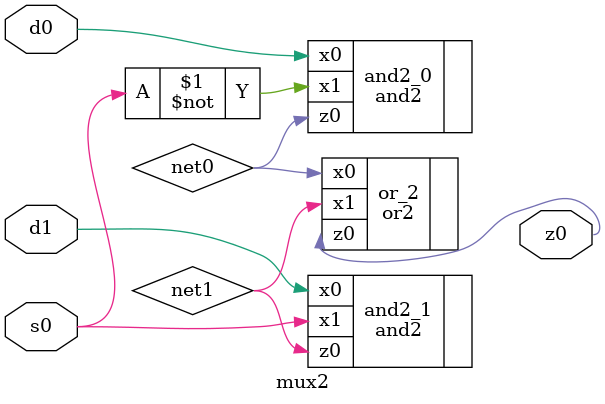
<source format=v>

`include "../../../basic_logic_design/logic_gates/and2/and2.v"
`include "../../../basic_logic_design/logic_gates/or2/or2.v"

module mux2(s0, d0, d1, z0);

// define inputs and outputs
input s0, d0, d1;
output z0;

// define internal nets
wire net0, net1;

// instantiate the logic gates
and2 and2_0 (.x0(d0), .x1(~s0), .z0(net0));
and2 and2_1 (.x0(d1), .x1(s0), .z0(net1));
or2 or_2 (.x0(net0), .x1(net1), .z0(z0));

endmodule


</source>
